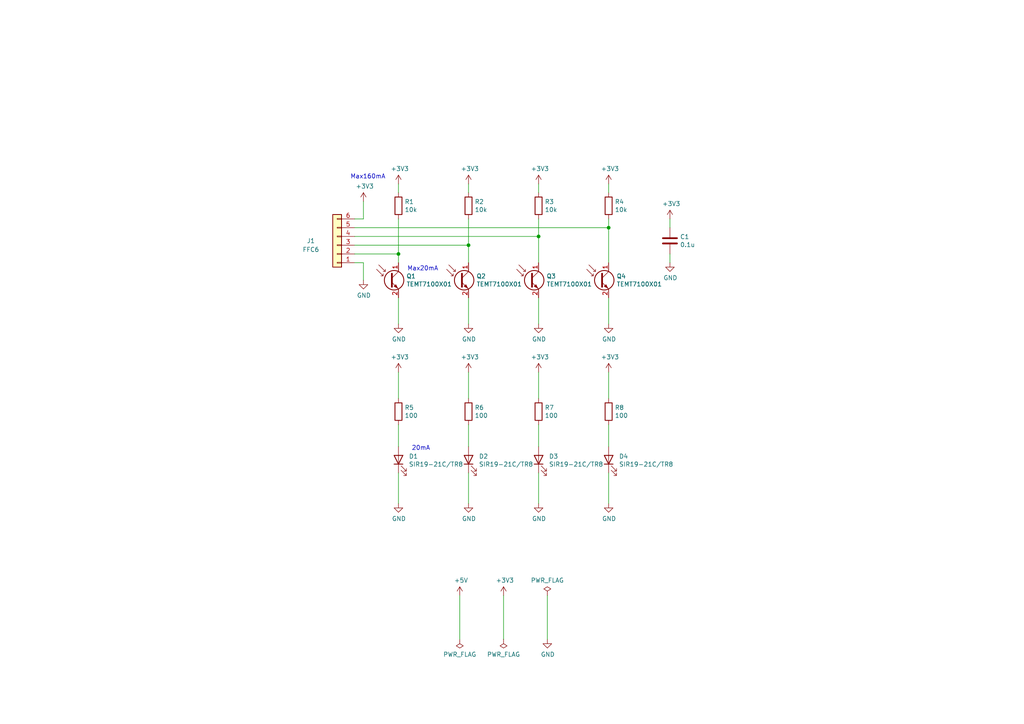
<source format=kicad_sch>
(kicad_sch (version 20211123) (generator eeschema)
  (paper "A4")
  (lib_symbols
    (symbol "Connector_Generic:Conn_01x06" (pin_names (offset 1.016) hide)
      (property "Reference" "J" (at 0 7.62 0))
      (property "Value" "Conn_01x06" (at 0 -10.16 0))
      (symbol "Conn_01x06_1_1"
        (rectangle (start -1.27 -7.493) (end 0 -7.747) (stroke (width 0.1524)))
        (rectangle (start -1.27 -4.953) (end 0 -5.207) (stroke (width 0.1524)))
        (rectangle (start -1.27 -2.413) (end 0 -2.667) (stroke (width 0.1524)))
        (rectangle (start -1.27 0.127) (end 0 -0.127) (stroke (width 0.1524)))
        (rectangle (start -1.27 2.667) (end 0 2.413) (stroke (width 0.1524)))
        (rectangle (start -1.27 5.207) (end 0 4.953) (stroke (width 0.1524)))
        (rectangle (start -1.27 6.35) (end 1.27 -8.89) (stroke (width 0.254)) (fill (type background)))
        (pin passive line (at -5.08 5.08 0) (length 3.81) (name "Pin_1") (number "1"))
        (pin passive line (at -5.08 2.54 0) (length 3.81) (name "Pin_2") (number "2"))
        (pin passive line (at -5.08 0 0) (length 3.81) (name "Pin_3") (number "3"))
        (pin passive line (at -5.08 -2.54 0) (length 3.81) (name "Pin_4") (number "4"))
        (pin passive line (at -5.08 -5.08 0) (length 3.81) (name "Pin_5") (number "5"))
        (pin passive line (at -5.08 -7.62 0) (length 3.81) (name "Pin_6") (number "6"))
      )
    )
    (symbol "Device:C" (pin_numbers hide) (pin_names (offset 0.254))
      (property "Reference" "C" (at 0.635 2.54 0))
      (property "Value" "C" (at 0.635 -2.54 0))
      (symbol "C_0_1"
        (polyline (pts (xy -2.032 -0.762) (xy 2.032 -0.762)) (stroke (width 0.508)))
        (polyline (pts (xy -2.032 0.762) (xy 2.032 0.762)) (stroke (width 0.508)))
      )
      (symbol "C_1_1"
        (pin passive line (at 0 3.81 270) (length 2.794) (name "~") (number "1"))
        (pin passive line (at 0 -3.81 90) (length 2.794) (name "~") (number "2"))
      )
    )
    (symbol "Device:LED" (pin_numbers hide) (pin_names (offset 1.016) hide)
      (property "Reference" "D" (at 0 2.54 0))
      (property "Value" "LED" (at 0 -2.54 0))
      (symbol "LED_0_1"
        (polyline (pts (xy -1.27 -1.27) (xy -1.27 1.27)) (stroke (width 0.254)))
        (polyline (pts (xy -1.27 0) (xy 1.27 0)))
        (polyline (pts (xy 1.27 -1.27) (xy 1.27 1.27) (xy -1.27 0) (xy 1.27 -1.27)) (stroke (width 0.254)))
        (polyline (pts (xy -3.048 -0.762) (xy -4.572 -2.286) (xy -3.81 -2.286) (xy -4.572 -2.286) (xy -4.572 -1.524)))
        (polyline (pts (xy -1.778 -0.762) (xy -3.302 -2.286) (xy -2.54 -2.286) (xy -3.302 -2.286) (xy -3.302 -1.524)))
      )
      (symbol "LED_1_1"
        (pin passive line (at -3.81 0 0) (length 2.54) (name "K") (number "1"))
        (pin passive line (at 3.81 0 180) (length 2.54) (name "A") (number "2"))
      )
    )
    (symbol "Device:Q_Photo_NPN" (pin_names (offset 0) hide)
      (property "Reference" "Q" (at 5.08 1.27 0))
      (property "Value" "Q_Photo_NPN" (at 5.08 -1.27 0))
      (symbol "Q_Photo_NPN_0_1"
        (polyline (pts (xy -1.905 1.27) (xy -2.54 1.27)))
        (polyline (pts (xy -1.27 2.54) (xy -1.905 2.54)))
        (polyline (pts (xy 0.635 0.635) (xy 2.54 2.54)))
        (polyline (pts (xy -3.81 3.175) (xy -1.905 1.27) (xy -1.905 1.905)))
        (polyline (pts (xy -3.175 4.445) (xy -1.27 2.54) (xy -1.27 3.175)))
        (polyline (pts (xy 0.635 -0.635) (xy 2.54 -2.54) (xy 2.54 -2.54)))
        (polyline (pts (xy 0.635 1.905) (xy 0.635 -1.905) (xy 0.635 -1.905)) (stroke (width 0.508)))
        (polyline (pts (xy 1.27 -1.778) (xy 1.778 -1.27) (xy 2.286 -2.286) (xy 1.27 -1.778) (xy 1.27 -1.778)) (fill (type outline)))
        (circle (center 1.27 0) (radius 2.8194) (stroke (width 0.254)))
      )
      (symbol "Q_Photo_NPN_1_1"
        (pin passive line (at 2.54 5.08 270) (length 2.54) (name "C") (number "1"))
        (pin passive line (at 2.54 -5.08 90) (length 2.54) (name "E") (number "2"))
      )
    )
    (symbol "Device:R" (pin_numbers hide) (pin_names (offset 0))
      (property "Reference" "R" (at 2.032 0 90))
      (property "Value" "R" (at 0 0 90))
      (symbol "R_0_1"
        (rectangle (start -1.016 -2.54) (end 1.016 2.54) (stroke (width 0.254)))
      )
      (symbol "R_1_1"
        (pin passive line (at 0 3.81 270) (length 1.27) (name "~") (number "1"))
        (pin passive line (at 0 -3.81 90) (length 1.27) (name "~") (number "2"))
      )
    )
    (symbol "power:+3.3V" (power) (pin_names (offset 0))
      (property "Value" "+3.3V" (at 0 3.556 0))
      (symbol "+3.3V_0_1"
        (polyline (pts (xy -0.762 1.27) (xy 0 2.54)))
        (polyline (pts (xy 0 0) (xy 0 2.54)))
        (polyline (pts (xy 0 2.54) (xy 0.762 1.27)))
      )
      (symbol "+3.3V_1_1"
        (pin power_in line (at 0 0 90) (length 0) hide (name "+3V3") (number "1"))
      )
    )
    (symbol "power:+5V" (power) (pin_names (offset 0))
      (property "Value" "+5V" (at 0 3.556 0))
      (symbol "+5V_0_1"
        (polyline (pts (xy -0.762 1.27) (xy 0 2.54)))
        (polyline (pts (xy 0 0) (xy 0 2.54)))
        (polyline (pts (xy 0 2.54) (xy 0.762 1.27)))
      )
      (symbol "+5V_1_1"
        (pin power_in line (at 0 0 90) (length 0) hide (name "+5V") (number "1"))
      )
    )
    (symbol "power:GND" (power) (pin_names (offset 0))
      (property "Value" "GND" (at 0 -3.81 0))
      (symbol "GND_0_1"
        (polyline (pts (xy 0 0) (xy 0 -1.27) (xy 1.27 -1.27) (xy 0 -2.54) (xy -1.27 -1.27) (xy 0 -1.27)))
      )
      (symbol "GND_1_1"
        (pin power_in line (at 0 0 270) (length 0) hide (name "GND") (number "1"))
      )
    )
    (symbol "power:PWR_FLAG" (power) (pin_numbers hide) (pin_names (offset 0) hide)
      (property "Value" "PWR_FLAG" (at 0 3.81 0))
      (symbol "PWR_FLAG_0_0"
        (pin power_out line (at 0 0 90) (length 0) (name "pwr") (number "1"))
      )
      (symbol "PWR_FLAG_0_1"
        (polyline (pts (xy 0 0) (xy 0 1.27) (xy -1.016 1.905) (xy 0 2.54) (xy 1.016 1.905) (xy 0 1.27)))
      )
    )
  )
  (junction (at 135.89 71.12))
  (junction (at 115.57 73.66))
  (junction (at 176.53 66.04))
  (junction (at 156.21 68.58))
  (wire (pts (xy 102.87 68.58) (xy 156.21 68.58)))
  (wire (pts (xy 135.89 93.98) (xy 135.89 86.36)))
  (wire (pts (xy 135.89 53.34) (xy 135.89 55.88)))
  (wire (pts (xy 156.21 93.98) (xy 156.21 86.36)))
  (wire (pts (xy 102.87 73.66) (xy 115.57 73.66)))
  (wire (pts (xy 115.57 146.05) (xy 115.57 137.16)))
  (wire (pts (xy 156.21 68.58) (xy 156.21 63.5)))
  (wire (pts (xy 105.41 63.5) (xy 102.87 63.5)))
  (wire (pts (xy 176.53 93.98) (xy 176.53 86.36)))
  (wire (pts (xy 115.57 115.57) (xy 115.57 107.95)))
  (wire (pts (xy 133.35 185.42) (xy 133.35 172.72)))
  (wire (pts (xy 135.89 63.5) (xy 135.89 71.12)))
  (wire (pts (xy 156.21 146.05) (xy 156.21 137.16)))
  (wire (pts (xy 156.21 115.57) (xy 156.21 107.95)))
  (wire (pts (xy 115.57 63.5) (xy 115.57 73.66)))
  (wire (pts (xy 105.41 76.2) (xy 102.87 76.2)))
  (wire (pts (xy 176.53 53.34) (xy 176.53 55.88)))
  (wire (pts (xy 194.31 66.04) (xy 194.31 63.5)))
  (wire (pts (xy 105.41 58.42) (xy 105.41 63.5)))
  (wire (pts (xy 102.87 66.04) (xy 176.53 66.04)))
  (wire (pts (xy 135.89 146.05) (xy 135.89 137.16)))
  (wire (pts (xy 176.53 123.19) (xy 176.53 129.54)))
  (wire (pts (xy 156.21 68.58) (xy 156.21 76.2)))
  (wire (pts (xy 156.21 53.34) (xy 156.21 55.88)))
  (wire (pts (xy 115.57 93.98) (xy 115.57 86.36)))
  (wire (pts (xy 115.57 53.34) (xy 115.57 55.88)))
  (wire (pts (xy 176.53 115.57) (xy 176.53 107.95)))
  (wire (pts (xy 135.89 71.12) (xy 135.89 76.2)))
  (wire (pts (xy 102.87 71.12) (xy 135.89 71.12)))
  (wire (pts (xy 176.53 146.05) (xy 176.53 137.16)))
  (wire (pts (xy 146.05 185.42) (xy 146.05 172.72)))
  (wire (pts (xy 135.89 115.57) (xy 135.89 107.95)))
  (wire (pts (xy 158.75 172.72) (xy 158.75 185.42)))
  (wire (pts (xy 176.53 63.5) (xy 176.53 66.04)))
  (wire (pts (xy 115.57 73.66) (xy 115.57 76.2)))
  (wire (pts (xy 194.31 76.2) (xy 194.31 73.66)))
  (wire (pts (xy 115.57 123.19) (xy 115.57 129.54)))
  (wire (pts (xy 176.53 66.04) (xy 176.53 76.2)))
  (wire (pts (xy 135.89 123.19) (xy 135.89 129.54)))
  (wire (pts (xy 105.41 76.2) (xy 105.41 81.28)))
  (wire (pts (xy 156.21 123.19) (xy 156.21 129.54)))
  (text "20mA" (at 119.38 130.81 0) (effects (font (size 1.27 1.27)) (justify left bottom)))
  (text "Max20mA" (at 118.11 78.74 0) (effects (font (size 1.27 1.27)) (justify left bottom)))
  (text "Max160mA" (at 101.6 52.07 0) (effects (font (size 1.27 1.27)) (justify left bottom)))
  (symbol (lib_id "Device:Q_Photo_NPN") (at 113.03 81.28 0)
    (property "Reference" "Q1" (at 117.856 80.1116 0) (effects (justify left)))
    (property "Value" "TEMT7100X01" (at 117.856 82.423 0) (effects (justify left)))
    (property "Footprint" "TEMT7100X01:TEMT7100X01" (effects hide))
  )
  (symbol (lib_id "Device:LED") (at 115.57 133.35 90)
    (property "Reference" "D1" (at 118.5672 132.3594 90) (effects (justify right)))
    (property "Value" "SIR19-21C/TR8" (at 118.5672 134.6708 90) (effects (justify right)))
    (property "Footprint" "Diode_SMD:D_0603_1608Metric" (effects hide))
  )
  (symbol (lib_id "power:GND") (at 115.57 93.98 0)
    (property "Reference" "#PWR09" (effects hide))
    (property "Value" "GND" (at 115.697 98.3742 0))
  )
  (symbol (lib_id "Device:R") (at 115.57 119.38 0)
    (property "Reference" "R5" (at 117.348 118.2116 0) (effects (justify left)))
    (property "Value" "100" (at 117.348 120.523 0) (effects (justify left)))
    (property "Footprint" "Resistor_SMD:R_0603_1608Metric" (effects hide))
  )
  (symbol (lib_id "power:GND") (at 115.57 146.05 0)
    (property "Reference" "#PWR017" (effects hide))
    (property "Value" "GND" (at 115.697 150.4442 0))
  )
  (symbol (lib_id "power:+3.3V") (at 115.57 107.95 0)
    (property "Reference" "#PWR013" (effects hide))
    (property "Value" "+3.3V" (at 115.951 103.5558 0))
  )
  (symbol (lib_id "Device:Q_Photo_NPN") (at 133.35 81.28 0)
    (property "Reference" "Q2" (at 138.176 80.1116 0) (effects (justify left)))
    (property "Value" "TEMT7100X01" (at 138.176 82.423 0) (effects (justify left)))
    (property "Footprint" "TEMT7100X01:TEMT7100X01" (effects hide))
  )
  (symbol (lib_id "Device:LED") (at 135.89 133.35 90)
    (property "Reference" "D2" (at 138.8872 132.3594 90) (effects (justify right)))
    (property "Value" "SIR19-21C/TR8" (at 138.8872 134.6708 90) (effects (justify right)))
    (property "Footprint" "Diode_SMD:D_0603_1608Metric" (effects hide))
  )
  (symbol (lib_id "power:GND") (at 135.89 93.98 0)
    (property "Reference" "#PWR010" (effects hide))
    (property "Value" "GND" (at 136.017 98.3742 0))
  )
  (symbol (lib_id "Device:R") (at 135.89 119.38 0)
    (property "Reference" "R6" (at 137.668 118.2116 0) (effects (justify left)))
    (property "Value" "100" (at 137.668 120.523 0) (effects (justify left)))
    (property "Footprint" "Resistor_SMD:R_0603_1608Metric" (effects hide))
  )
  (symbol (lib_id "power:GND") (at 135.89 146.05 0)
    (property "Reference" "#PWR018" (effects hide))
    (property "Value" "GND" (at 136.017 150.4442 0))
  )
  (symbol (lib_id "power:+3.3V") (at 135.89 107.95 0)
    (property "Reference" "#PWR014" (effects hide))
    (property "Value" "+3.3V" (at 136.271 103.5558 0))
  )
  (symbol (lib_id "Device:Q_Photo_NPN") (at 153.67 81.28 0)
    (property "Reference" "Q3" (at 158.496 80.1116 0) (effects (justify left)))
    (property "Value" "TEMT7100X01" (at 158.496 82.423 0) (effects (justify left)))
    (property "Footprint" "TEMT7100X01:TEMT7100X01" (effects hide))
  )
  (symbol (lib_id "Device:LED") (at 156.21 133.35 90)
    (property "Reference" "D3" (at 159.2072 132.3594 90) (effects (justify right)))
    (property "Value" "SIR19-21C/TR8" (at 159.2072 134.6708 90) (effects (justify right)))
    (property "Footprint" "Diode_SMD:D_0603_1608Metric" (effects hide))
  )
  (symbol (lib_id "power:GND") (at 156.21 93.98 0)
    (property "Reference" "#PWR011" (effects hide))
    (property "Value" "GND" (at 156.337 98.3742 0))
  )
  (symbol (lib_id "Device:R") (at 156.21 119.38 0)
    (property "Reference" "R7" (at 157.988 118.2116 0) (effects (justify left)))
    (property "Value" "100" (at 157.988 120.523 0) (effects (justify left)))
    (property "Footprint" "Resistor_SMD:R_0603_1608Metric" (effects hide))
  )
  (symbol (lib_id "power:GND") (at 156.21 146.05 0)
    (property "Reference" "#PWR019" (effects hide))
    (property "Value" "GND" (at 156.337 150.4442 0))
  )
  (symbol (lib_id "power:+3.3V") (at 156.21 107.95 0)
    (property "Reference" "#PWR015" (effects hide))
    (property "Value" "+3.3V" (at 156.591 103.5558 0))
  )
  (symbol (lib_id "Device:Q_Photo_NPN") (at 173.99 81.28 0)
    (property "Reference" "Q4" (at 178.816 80.1116 0) (effects (justify left)))
    (property "Value" "TEMT7100X01" (at 178.816 82.423 0) (effects (justify left)))
    (property "Footprint" "TEMT7100X01:TEMT7100X01" (effects hide))
  )
  (symbol (lib_id "Device:LED") (at 176.53 133.35 90)
    (property "Reference" "D4" (at 179.5272 132.3594 90) (effects (justify right)))
    (property "Value" "SIR19-21C/TR8" (at 179.5272 134.6708 90) (effects (justify right)))
    (property "Footprint" "Diode_SMD:D_0603_1608Metric" (effects hide))
  )
  (symbol (lib_id "power:GND") (at 176.53 93.98 0)
    (property "Reference" "#PWR012" (effects hide))
    (property "Value" "GND" (at 176.657 98.3742 0))
  )
  (symbol (lib_id "Device:R") (at 176.53 119.38 0)
    (property "Reference" "R8" (at 178.308 118.2116 0) (effects (justify left)))
    (property "Value" "100" (at 178.308 120.523 0) (effects (justify left)))
    (property "Footprint" "Resistor_SMD:R_0603_1608Metric" (effects hide))
  )
  (symbol (lib_id "power:GND") (at 176.53 146.05 0)
    (property "Reference" "#PWR020" (effects hide))
    (property "Value" "GND" (at 176.657 150.4442 0))
  )
  (symbol (lib_id "power:+3.3V") (at 176.53 107.95 0)
    (property "Reference" "#PWR016" (effects hide))
    (property "Value" "+3.3V" (at 176.911 103.5558 0))
  )
  (symbol (lib_id "Connector_Generic:Conn_01x06") (at 97.79 71.12 180) (unit 1)
    (property "Reference" "J1" (at 90.17 69.85 0))
    (property "Value" "FFC6" (at 90.17 72.39 0))
    (property "Footprint" "FFC:Molex_0545480671_01x06_P0.5mm" (effects hide))
  )
  (symbol (lib_id "power:GND") (at 105.41 81.28 0) (unit 1)
    (property "Reference" "#PWR08" (effects hide))
    (property "Value" "GND" (at 105.537 85.6742 0))
  )
  (symbol (lib_id "power:+3.3V") (at 105.41 58.42 0) (unit 1)
    (property "Reference" "#PWR05" (effects hide))
    (property "Value" "+3.3V" (at 105.791 54.0258 0))
  )
  (symbol (lib_id "Device:C") (at 194.31 69.85 0) (unit 1)
    (property "Reference" "C1" (at 197.231 68.6816 0) (effects (justify left)))
    (property "Value" "0.1u" (at 197.231 70.993 0) (effects (justify left)))
    (property "Footprint" "Capacitor_SMD:C_0603_1608Metric" (effects hide))
  )
  (symbol (lib_id "power:+3.3V") (at 194.31 63.5 0) (unit 1)
    (property "Reference" "#PWR06" (effects hide))
    (property "Value" "+3.3V" (at 194.691 59.1058 0))
  )
  (symbol (lib_id "power:GND") (at 194.31 76.2 0) (unit 1)
    (property "Reference" "#PWR07" (effects hide))
    (property "Value" "GND" (at 194.437 80.5942 0))
  )
  (symbol (lib_id "Device:R") (at 115.57 59.69 0) (unit 1)
    (property "Reference" "R1" (at 117.348 58.5216 0) (effects (justify left)))
    (property "Value" "10k" (at 117.348 60.833 0) (effects (justify left)))
    (property "Footprint" "Resistor_SMD:R_0603_1608Metric" (effects hide))
  )
  (symbol (lib_id "power:+3.3V") (at 115.57 53.34 0) (unit 1)
    (property "Reference" "#PWR01" (effects hide))
    (property "Value" "+3.3V" (at 115.951 48.9458 0))
  )
  (symbol (lib_id "Device:R") (at 135.89 59.69 0) (unit 1)
    (property "Reference" "R2" (at 137.668 58.5216 0) (effects (justify left)))
    (property "Value" "10k" (at 137.668 60.833 0) (effects (justify left)))
    (property "Footprint" "Resistor_SMD:R_0603_1608Metric" (effects hide))
  )
  (symbol (lib_id "power:+3.3V") (at 135.89 53.34 0) (unit 1)
    (property "Reference" "#PWR02" (effects hide))
    (property "Value" "+3.3V" (at 136.271 48.9458 0))
  )
  (symbol (lib_id "Device:R") (at 156.21 59.69 0) (unit 1)
    (property "Reference" "R3" (at 157.988 58.5216 0) (effects (justify left)))
    (property "Value" "10k" (at 157.988 60.833 0) (effects (justify left)))
    (property "Footprint" "Resistor_SMD:R_0603_1608Metric" (effects hide))
  )
  (symbol (lib_id "power:+3.3V") (at 156.21 53.34 0) (unit 1)
    (property "Reference" "#PWR03" (effects hide))
    (property "Value" "+3.3V" (at 156.591 48.9458 0))
  )
  (symbol (lib_id "Device:R") (at 176.53 59.69 0) (unit 1)
    (property "Reference" "R4" (at 178.308 58.5216 0) (effects (justify left)))
    (property "Value" "10k" (at 178.308 60.833 0) (effects (justify left)))
    (property "Footprint" "Resistor_SMD:R_0603_1608Metric" (effects hide))
  )
  (symbol (lib_id "power:+3.3V") (at 176.53 53.34 0) (unit 1)
    (property "Reference" "#PWR04" (effects hide))
    (property "Value" "+3.3V" (at 176.911 48.9458 0))
  )
  (symbol (lib_id "power:PWR_FLAG") (at 133.35 185.42 180) (unit 1)
    (property "Reference" "#FLG?" (effects hide))
    (property "Value" "PWR_FLAG" (at 133.35 189.8142 0))
  )
  (symbol (lib_id "power:PWR_FLAG") (at 146.05 185.42 180) (unit 1)
    (property "Reference" "#FLG?" (effects hide))
    (property "Value" "PWR_FLAG" (at 146.05 189.8142 0))
  )
  (symbol (lib_id "power:PWR_FLAG") (at 158.75 172.72 0) (unit 1)
    (property "Reference" "#FLG?" (effects hide))
    (property "Value" "PWR_FLAG" (at 158.75 168.3258 0))
  )
  (symbol (lib_id "power:+5V") (at 133.35 172.72 0) (unit 1)
    (property "Reference" "#PWR?" (effects hide))
    (property "Value" "+5V" (at 133.731 168.3258 0))
  )
  (symbol (lib_id "power:+3.3V") (at 146.05 172.72 0) (unit 1)
    (property "Reference" "#PWR?" (effects hide))
    (property "Value" "+3.3V" (at 146.431 168.3258 0))
  )
  (symbol (lib_id "power:GND") (at 158.75 185.42 0) (unit 1)
    (property "Reference" "#PWR?" (effects hide))
    (property "Value" "GND" (at 158.877 189.8142 0))
  )
)
</source>
